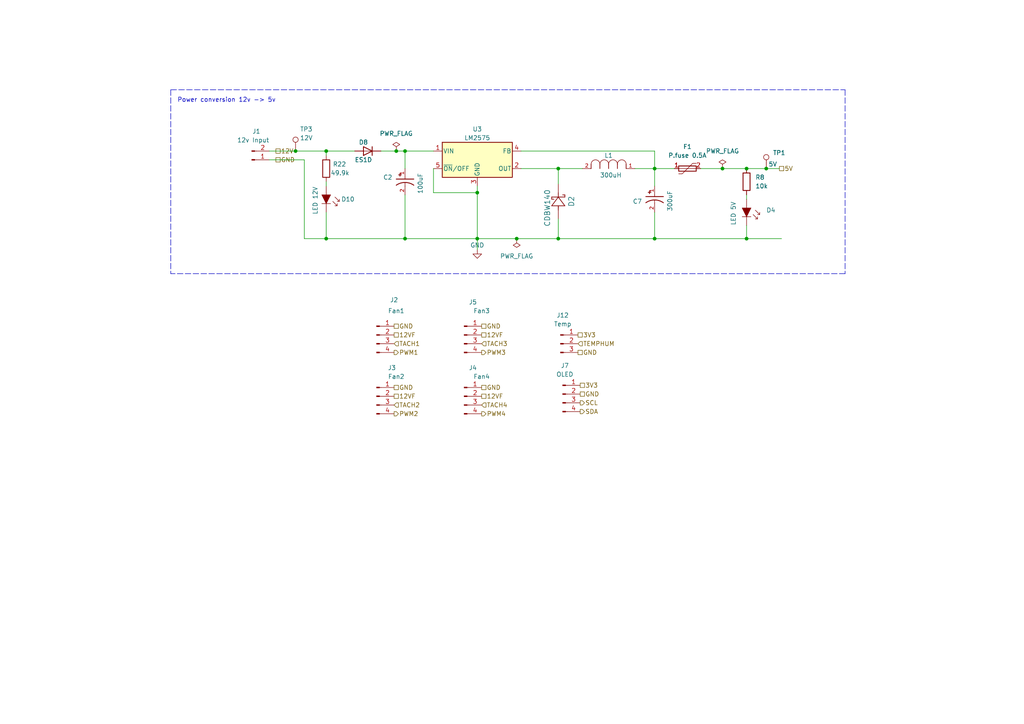
<source format=kicad_sch>
(kicad_sch (version 20211123) (generator eeschema)
  (paper "A4")
  (lib_symbols
    (symbol "CDBW140-G:CDBW140-G" (pin_numbers hide) (pin_names (offset 1.651) hide)
      (property "Reference" "U" (at 5.08 5.08 0))
      (property "Value" "CDBW140-G" (at 5.08 -7.62 0))
      (symbol "CDBW140-G_1_1"
        (polyline (pts (xy 3.175 1.905) (xy 3.175 1.27)) (stroke (width 0.2032)))
        (polyline (pts (xy 3.175 1.905) (xy 3.81 1.905)) (stroke (width 0.2032)))
        (polyline (pts (xy 3.81 0) (xy 2.54 0)) (stroke (width 0.2032)))
        (polyline (pts (xy 3.81 0) (xy 6.35 -1.905)) (stroke (width 0.2032)))
        (polyline (pts (xy 3.81 1.905) (xy 3.81 -1.905)) (stroke (width 0.2032)))
        (polyline (pts (xy 4.445 -1.905) (xy 3.81 -1.905)) (stroke (width 0.2032)))
        (polyline (pts (xy 4.445 -1.905) (xy 4.445 -1.27)) (stroke (width 0.2032)))
        (polyline (pts (xy 6.35 -1.905) (xy 6.35 1.905)) (stroke (width 0.2032)))
        (polyline (pts (xy 6.35 1.905) (xy 3.81 0)) (stroke (width 0.2032)))
        (polyline (pts (xy 6.985 0) (xy 6.35 0)) (stroke (width 0.2032)))
        (polyline (pts (xy 7.62 0) (xy 6.6802 0)) (stroke (width 0.2032)))
        (pin unspecified line (at 0 0 0) (length 2.54) (name "1") (number "1"))
        (pin unspecified line (at 10.16 0 180) (length 2.54) (name "2") (number "2"))
      )
    )
    (symbol "Connector:Conn_01x02_Male" (pin_names (offset 1.016) hide)
      (property "Reference" "J" (at 0 2.54 0))
      (property "Value" "Conn_01x02_Male" (at 0 -5.08 0))
      (symbol "Conn_01x02_Male_1_1"
        (polyline (pts (xy 1.27 -2.54) (xy 0.8636 -2.54)) (stroke (width 0.1524)))
        (polyline (pts (xy 1.27 0) (xy 0.8636 0)) (stroke (width 0.1524)))
        (rectangle (start 0.8636 -2.413) (end 0 -2.667) (stroke (width 0.1524)) (fill (type outline)))
        (rectangle (start 0.8636 0.127) (end 0 -0.127) (stroke (width 0.1524)) (fill (type outline)))
        (pin passive line (at 5.08 0 180) (length 3.81) (name "Pin_1") (number "1"))
        (pin passive line (at 5.08 -2.54 180) (length 3.81) (name "Pin_2") (number "2"))
      )
    )
    (symbol "Connector:Conn_01x03_Male" (pin_names (offset 1.016) hide)
      (property "Reference" "J" (at 0 5.08 0))
      (property "Value" "Conn_01x03_Male" (at 0 -5.08 0))
      (symbol "Conn_01x03_Male_1_1"
        (polyline (pts (xy 1.27 -2.54) (xy 0.8636 -2.54)) (stroke (width 0.1524)))
        (polyline (pts (xy 1.27 0) (xy 0.8636 0)) (stroke (width 0.1524)))
        (polyline (pts (xy 1.27 2.54) (xy 0.8636 2.54)) (stroke (width 0.1524)))
        (rectangle (start 0.8636 -2.413) (end 0 -2.667) (stroke (width 0.1524)) (fill (type outline)))
        (rectangle (start 0.8636 0.127) (end 0 -0.127) (stroke (width 0.1524)) (fill (type outline)))
        (rectangle (start 0.8636 2.667) (end 0 2.413) (stroke (width 0.1524)) (fill (type outline)))
        (pin passive line (at 5.08 2.54 180) (length 3.81) (name "Pin_1") (number "1"))
        (pin passive line (at 5.08 0 180) (length 3.81) (name "Pin_2") (number "2"))
        (pin passive line (at 5.08 -2.54 180) (length 3.81) (name "Pin_3") (number "3"))
      )
    )
    (symbol "Connector:Conn_01x04_Male" (pin_names (offset 1.016) hide)
      (property "Reference" "J" (at 0 5.08 0))
      (property "Value" "Conn_01x04_Male" (at 0 -7.62 0))
      (symbol "Conn_01x04_Male_1_1"
        (polyline (pts (xy 1.27 -5.08) (xy 0.8636 -5.08)) (stroke (width 0.1524)))
        (polyline (pts (xy 1.27 -2.54) (xy 0.8636 -2.54)) (stroke (width 0.1524)))
        (polyline (pts (xy 1.27 0) (xy 0.8636 0)) (stroke (width 0.1524)))
        (polyline (pts (xy 1.27 2.54) (xy 0.8636 2.54)) (stroke (width 0.1524)))
        (rectangle (start 0.8636 -4.953) (end 0 -5.207) (stroke (width 0.1524)) (fill (type outline)))
        (rectangle (start 0.8636 -2.413) (end 0 -2.667) (stroke (width 0.1524)) (fill (type outline)))
        (rectangle (start 0.8636 0.127) (end 0 -0.127) (stroke (width 0.1524)) (fill (type outline)))
        (rectangle (start 0.8636 2.667) (end 0 2.413) (stroke (width 0.1524)) (fill (type outline)))
        (pin passive line (at 5.08 2.54 180) (length 3.81) (name "Pin_1") (number "1"))
        (pin passive line (at 5.08 0 180) (length 3.81) (name "Pin_2") (number "2"))
        (pin passive line (at 5.08 -2.54 180) (length 3.81) (name "Pin_3") (number "3"))
        (pin passive line (at 5.08 -5.08 180) (length 3.81) (name "Pin_4") (number "4"))
      )
    )
    (symbol "Connector:TestPoint" (pin_numbers hide) (pin_names (offset 0.762) hide)
      (property "Reference" "TP" (at 0 6.858 0))
      (property "Value" "TestPoint" (at 0 5.08 0))
      (symbol "TestPoint_0_1"
        (circle (center 0 3.302) (radius 0.762))
      )
      (symbol "TestPoint_1_1"
        (pin passive line (at 0 0 90) (length 2.54) (name "1") (number "1"))
      )
    )
    (symbol "DR127-331-R:DR127-331-R" (pin_names (offset 1.016))
      (property "Reference" "L" (at 2.2634 4.0435 0))
      (property "Value" "DR127-331-R" (at 1.6037 -3.7673 0))
      (symbol "DR127-331-R_0_0"
        (polyline (pts (xy 2.54 0) (xy 2.54 1.27)) (stroke (width 0.2032)))
        (polyline (pts (xy 5.08 0) (xy 5.08 1.27)) (stroke (width 0.2032)))
        (polyline (pts (xy 7.62 0) (xy 7.62 1.27)) (stroke (width 0.2032)))
        (polyline (pts (xy 10.16 0) (xy 10.16 1.27)) (stroke (width 0.2032)))
        (polyline (pts (xy 12.7 0) (xy 12.7 1.27)) (stroke (width 0.2032)))
        (arc (start 5.08 1.27) (mid 3.81 2.54) (end 2.54 1.27))
        (arc (start 7.62 1.27) (mid 6.35 2.54) (end 5.08 1.27))
        (arc (start 10.16 1.27) (mid 8.89 2.54) (end 7.62 1.27))
        (arc (start 12.7 1.27) (mid 11.43 2.54) (end 10.16 1.27))
        (pin passive line (at 15.24 0 180) (length 2.54) (name "~") (number "1"))
        (pin passive line (at 0 0 0) (length 2.54) (name "~") (number "2"))
      )
    )
    (symbol "Device:D" (pin_numbers hide) (pin_names (offset 1.016) hide)
      (property "Reference" "D" (at 0 2.54 0))
      (property "Value" "D" (at 0 -2.54 0))
      (symbol "D_0_1"
        (polyline (pts (xy -1.27 1.27) (xy -1.27 -1.27)) (stroke (width 0.254)))
        (polyline (pts (xy 1.27 0) (xy -1.27 0)))
        (polyline (pts (xy 1.27 1.27) (xy 1.27 -1.27) (xy -1.27 0) (xy 1.27 1.27)) (stroke (width 0.254)))
      )
      (symbol "D_1_1"
        (pin passive line (at -3.81 0 0) (length 2.54) (name "K") (number "1"))
        (pin passive line (at 3.81 0 180) (length 2.54) (name "A") (number "2"))
      )
    )
    (symbol "Device:R" (pin_numbers hide) (pin_names (offset 0))
      (property "Reference" "R" (at 2.032 0 90))
      (property "Value" "R" (at 0 0 90))
      (symbol "R_0_1"
        (rectangle (start -1.016 -2.54) (end 1.016 2.54) (stroke (width 0.254)))
      )
      (symbol "R_1_1"
        (pin passive line (at 0 3.81 270) (length 1.27) (name "~") (number "1"))
        (pin passive line (at 0 -3.81 90) (length 1.27) (name "~") (number "2"))
      )
    )
    (symbol "EEEFT1V331AP:EEEFT1V331AP" (pin_names (offset 1.016))
      (property "Reference" "C" (at -2.54 3.81 0))
      (property "Value" "EEEFT1V331AP" (at -2.54 -5.08 0))
      (symbol "EEEFT1V331AP_0_0"
        (rectangle (start -1.173 -1.532) (end -0.284 -1.405) (stroke (width 0.1)) (fill (type outline)))
        (rectangle (start -0.792 -1.913) (end -0.665 -1.024) (stroke (width 0.1)) (fill (type outline)))
        (polyline (pts (xy 0 0) (xy 0.508 0)) (stroke (width 0.1524)))
        (polyline (pts (xy 0.508 0) (xy 0.508 -2.54)) (stroke (width 0.254)))
        (polyline (pts (xy 0.508 2.54) (xy 0.508 0)) (stroke (width 0.254)))
        (polyline (pts (xy 2.54 0) (xy 1.524 0)) (stroke (width 0.1524)))
        (arc (start 2.286 2.54) (mid 1.4851 0) (end 2.286 -2.54) (stroke (width 0.254)))
        (pin passive line (at -2.54 0 0) (length 2.54) (name "~") (number "1"))
        (pin passive line (at 5.08 0 180) (length 2.54) (name "~") (number "2"))
      )
    )
    (symbol "EEEHA1V101XP:EEEHA1V101XP" (pin_names (offset 1.016))
      (property "Reference" "C" (at -2.54 3.81 0))
      (property "Value" "EEEHA1V101XP" (at -2.54 -5.08 0))
      (symbol "EEEHA1V101XP_0_0"
        (rectangle (start -1.173 -1.532) (end -0.284 -1.405) (stroke (width 0.1)) (fill (type outline)))
        (rectangle (start -0.792 -1.913) (end -0.665 -1.024) (stroke (width 0.1)) (fill (type outline)))
        (polyline (pts (xy 0 0) (xy 0.508 0)) (stroke (width 0.1524)))
        (polyline (pts (xy 0.508 0) (xy 0.508 -2.54)) (stroke (width 0.254)))
        (polyline (pts (xy 0.508 2.54) (xy 0.508 0)) (stroke (width 0.254)))
        (polyline (pts (xy 2.54 0) (xy 1.524 0)) (stroke (width 0.1524)))
        (arc (start 2.286 2.54) (mid 1.4851 0) (end 2.286 -2.54) (stroke (width 0.254)))
        (pin passive line (at -2.54 0 0) (length 2.54) (name "~") (number "1"))
        (pin passive line (at 5.08 0 180) (length 2.54) (name "~") (number "2"))
      )
    )
    (symbol "LG_R971-KN-1_1" (pin_numbers hide) (pin_names (offset 0))
      (property "Reference" "D" (at -5.08 3.81 0))
      (property "Value" "LG_R971-KN-1_1" (at -1.27 -3.81 0))
      (symbol "LG_R971-KN-1_1_0_1"
        (polyline (pts (xy -0.635 3.81) (xy -1.905 2.54)))
        (polyline (pts (xy 0 1.27) (xy 0 -1.27)))
        (polyline (pts (xy 0.635 3.175) (xy -0.635 1.905)))
        (polyline (pts (xy -1.27 3.81) (xy -0.635 3.81) (xy -0.635 3.175)))
        (polyline (pts (xy 0 3.175) (xy 0.635 3.175) (xy 0.635 2.54)))
        (polyline (pts (xy -2.54 1.27) (xy -2.54 -1.27) (xy 0 0) (xy -2.54 1.27)) (fill (type outline)))
      )
      (symbol "LG_R971-KN-1_1_1_1"
        (pin passive line (at -5.08 0 0) (length 2.54) (name "~") (number "1"))
        (pin passive line (at 2.54 0 180) (length 2.54) (name "~") (number "2"))
      )
    )
    (symbol "Polyfuse_1" (pin_names (offset 0))
      (property "Reference" "F" (at -2.54 0 90))
      (property "Value" "Polyfuse_1" (at 2.54 0 90))
      (symbol "Polyfuse_1_0_1"
        (rectangle (start -0.762 2.54) (end 0.762 -2.54) (stroke (width 0.254)))
        (polyline (pts (xy 0 2.54) (xy 0 -2.54)))
        (polyline (pts (xy -1.524 2.54) (xy -1.524 1.524) (xy 1.524 -1.524) (xy 1.524 -2.54)))
      )
      (symbol "Polyfuse_1_1_1"
        (pin passive line (at 0 3.81 270) (length 1.27) (name "~") (number "1"))
        (pin passive line (at 0 -3.81 90) (length 1.27) (name "~") (number "2"))
      )
    )
    (symbol "Regulator_Switching:LM2575-5.0BU" (pin_names (offset 0.254))
      (property "Reference" "U" (at -10.16 6.35 0))
      (property "Value" "LM2575-5.0BU" (at 0 6.35 0))
      (symbol "LM2575-5.0BU_0_1"
        (rectangle (start -10.16 5.08) (end 10.16 -5.08) (stroke (width 0.254)) (fill (type background)))
      )
      (symbol "LM2575-5.0BU_1_1"
        (pin power_in line (at -12.7 2.54 0) (length 2.54) (name "VIN") (number "1"))
        (pin output line (at 12.7 -2.54 180) (length 2.54) (name "OUT") (number "2"))
        (pin power_in line (at 0 -7.62 90) (length 2.54) (name "GND") (number "3"))
        (pin input line (at 12.7 2.54 180) (length 2.54) (name "FB") (number "4"))
        (pin input line (at -12.7 -2.54 0) (length 2.54) (name "~{ON}/OFF") (number "5"))
      )
    )
    (symbol "dk_LED-Indication-Discrete:LG_R971-KN-1" (pin_numbers hide) (pin_names (offset 0))
      (property "Reference" "D" (at -5.08 3.81 0))
      (property "Value" "LG_R971-KN-1" (at -1.27 -3.81 0))
      (symbol "LG_R971-KN-1_0_1"
        (polyline (pts (xy -0.635 3.81) (xy -1.905 2.54)))
        (polyline (pts (xy 0 1.27) (xy 0 -1.27)))
        (polyline (pts (xy 0.635 3.175) (xy -0.635 1.905)))
        (polyline (pts (xy -1.27 3.81) (xy -0.635 3.81) (xy -0.635 3.175)))
        (polyline (pts (xy 0 3.175) (xy 0.635 3.175) (xy 0.635 2.54)))
        (polyline (pts (xy -2.54 1.27) (xy -2.54 -1.27) (xy 0 0) (xy -2.54 1.27)) (fill (type outline)))
      )
      (symbol "LG_R971-KN-1_1_1"
        (pin passive line (at -5.08 0 0) (length 2.54) (name "~") (number "1"))
        (pin passive line (at 2.54 0 180) (length 2.54) (name "~") (number "2"))
      )
    )
    (symbol "power:GND" (power) (pin_names (offset 0))
      (property "Value" "GND" (at 0 -3.81 0))
      (symbol "GND_0_1"
        (polyline (pts (xy 0 0) (xy 0 -1.27) (xy 1.27 -1.27) (xy 0 -2.54) (xy -1.27 -1.27) (xy 0 -1.27)))
      )
      (symbol "GND_1_1"
        (pin power_in line (at 0 0 270) (length 0) hide (name "GND") (number "1"))
      )
    )
    (symbol "power:PWR_FLAG" (power) (pin_numbers hide) (pin_names (offset 0) hide)
      (property "Value" "PWR_FLAG" (at 0 3.81 0))
      (symbol "PWR_FLAG_0_0"
        (pin power_out line (at 0 0 90) (length 0) (name "pwr") (number "1"))
      )
      (symbol "PWR_FLAG_0_1"
        (polyline (pts (xy 0 0) (xy 0 1.27) (xy -1.016 1.905) (xy 0 2.54) (xy 1.016 1.905) (xy 0 1.27)))
      )
    )
  )
  (junction (at 149.86 69.215))
  (junction (at 85.725 43.815))
  (junction (at 114.935 43.815))
  (junction (at 222.25 48.895))
  (junction (at 209.55 48.895))
  (junction (at 117.475 43.815))
  (junction (at 94.615 43.815))
  (junction (at 216.535 69.215))
  (junction (at 189.865 48.895))
  (junction (at 138.43 55.88))
  (junction (at 161.925 48.895))
  (junction (at 216.535 48.895))
  (junction (at 94.615 69.215))
  (junction (at 117.475 69.215))
  (junction (at 138.43 69.215))
  (junction (at 189.865 69.215))
  (junction (at 161.925 69.215))
  (polyline (pts (xy 49.53 26.035) (xy 245.11 26.035)))
  (wire (pts (xy 88.265 69.215) (xy 94.615 69.215)))
  (wire (pts (xy 110.49 43.815) (xy 114.935 43.815)))
  (wire (pts (xy 117.475 48.895) (xy 117.475 43.815)))
  (wire (pts (xy 161.925 69.215) (xy 189.865 69.215)))
  (polyline (pts (xy 245.11 79.375) (xy 49.53 79.375)))
  (wire (pts (xy 189.865 43.815) (xy 189.865 48.895)))
  (wire (pts (xy 216.535 69.215) (xy 189.865 69.215)))
  (wire (pts (xy 161.925 48.895) (xy 168.91 48.895)))
  (wire (pts (xy 78.105 43.815) (xy 85.725 43.815)))
  (wire (pts (xy 151.13 43.815) (xy 189.865 43.815)))
  (wire (pts (xy 94.615 52.705) (xy 94.615 53.975)))
  (wire (pts (xy 189.865 69.215) (xy 189.865 61.595)))
  (wire (pts (xy 189.865 53.975) (xy 189.865 48.895)))
  (wire (pts (xy 222.25 48.895) (xy 226.06 48.895)))
  (wire (pts (xy 117.475 69.215) (xy 138.43 69.215)))
  (wire (pts (xy 85.725 43.815) (xy 94.615 43.815)))
  (wire (pts (xy 88.265 46.355) (xy 88.265 69.215)))
  (wire (pts (xy 216.535 69.215) (xy 226.695 69.215)))
  (wire (pts (xy 209.55 48.895) (xy 216.535 48.895)))
  (wire (pts (xy 151.13 48.895) (xy 161.925 48.895)))
  (wire (pts (xy 149.86 69.215) (xy 161.925 69.215)))
  (wire (pts (xy 138.43 55.88) (xy 138.43 69.215)))
  (wire (pts (xy 117.475 56.515) (xy 117.475 69.215)))
  (wire (pts (xy 125.73 55.88) (xy 138.43 55.88)))
  (wire (pts (xy 94.615 61.595) (xy 94.615 69.215)))
  (wire (pts (xy 94.615 43.815) (xy 102.87 43.815)))
  (wire (pts (xy 189.865 48.895) (xy 195.58 48.895)))
  (wire (pts (xy 78.105 46.355) (xy 88.265 46.355)))
  (wire (pts (xy 94.615 69.215) (xy 117.475 69.215)))
  (wire (pts (xy 203.2 48.895) (xy 209.55 48.895)))
  (wire (pts (xy 216.535 65.405) (xy 216.535 69.215)))
  (polyline (pts (xy 245.11 26.035) (xy 245.11 79.375)))
  (wire (pts (xy 216.535 48.895) (xy 222.25 48.895)))
  (wire (pts (xy 216.535 56.515) (xy 216.535 57.785)))
  (wire (pts (xy 138.43 69.215) (xy 149.86 69.215)))
  (wire (pts (xy 138.43 53.975) (xy 138.43 55.88)))
  (wire (pts (xy 161.925 63.5) (xy 161.925 69.215)))
  (wire (pts (xy 138.43 69.215) (xy 138.43 72.39)))
  (wire (pts (xy 161.925 53.34) (xy 161.925 48.895)))
  (wire (pts (xy 94.615 43.815) (xy 94.615 45.085)))
  (wire (pts (xy 184.15 48.895) (xy 189.865 48.895)))
  (wire (pts (xy 125.73 48.895) (xy 125.73 55.88)))
  (polyline (pts (xy 49.53 26.035) (xy 49.53 79.375)))
  (wire (pts (xy 117.475 43.815) (xy 125.73 43.815)))
  (wire (pts (xy 114.935 43.815) (xy 117.475 43.815)))
  (text "Power conversion 12v -> 5v" (at 51.435 29.845 0) (effects (font (size 1.27 1.27)) (justify left bottom)))
  (hierarchical_label "12VF" (shape passive) (at 139.7 114.935 0))
  (hierarchical_label "GND" (shape passive) (at 114.3 112.395 0))
  (hierarchical_label "12VF" (shape passive) (at 139.7 97.155 0))
  (hierarchical_label "GND" (shape passive) (at 167.64 102.235 0))
  (hierarchical_label "12VF" (shape passive) (at 114.3 114.935 0))
  (hierarchical_label "TACH2" (shape input) (at 114.3 117.475 0))
  (hierarchical_label "3V3" (shape passive) (at 168.275 111.76 0))
  (hierarchical_label "TACH3" (shape input) (at 139.7 99.695 0))
  (hierarchical_label "GND" (shape passive) (at 114.3 94.615 0))
  (hierarchical_label "GND" (shape passive) (at 139.7 112.395 0))
  (hierarchical_label "SDA" (shape output) (at 168.275 119.38 0))
  (hierarchical_label "3V3" (shape passive) (at 167.64 97.155 0))
  (hierarchical_label "5V" (shape passive) (at 226.06 48.895 0))
  (hierarchical_label "12VF" (shape passive) (at 114.3 97.155 0))
  (hierarchical_label "GND" (shape passive) (at 139.7 94.615 0))
  (hierarchical_label "PWM3" (shape output) (at 139.7 102.235 0))
  (hierarchical_label "TACH1" (shape input) (at 114.3 99.695 0))
  (hierarchical_label "12V" (shape passive) (at 80.01 43.815 0))
  (hierarchical_label "PWM4" (shape output) (at 139.7 120.015 0))
  (hierarchical_label "GND" (shape passive) (at 80.01 46.355 0))
  (hierarchical_label "PWM2" (shape output) (at 114.3 120.015 0))
  (hierarchical_label "TEMPHUM" (shape input) (at 167.64 99.695 0))
  (hierarchical_label "GND" (shape passive) (at 168.275 114.3 0))
  (hierarchical_label "SCL" (shape output) (at 168.275 116.84 0))
  (hierarchical_label "TACH4" (shape input) (at 139.7 117.475 0))
  (hierarchical_label "PWM1" (shape output) (at 114.3 102.235 0))
  (symbol (lib_id "Connector:Conn_01x04_Male") (at 109.22 97.155 0) (unit 1)
    (property "Reference" "J2" (at 114.3 86.995 0))
    (property "Value" "Fan1" (at 114.935 90.17 0))
    (property "Footprint" "Connector:FanPinHeader_1x04_P2.54mm_Vertical" (effects hide))
  )
  (symbol (lib_id "power:PWR_FLAG") (at 149.86 69.215 180) (unit 1)
    (property "Reference" "#FLG02" (effects hide))
    (property "Value" "PWR_FLAG" (at 149.86 74.295 0))
  )
  (symbol (lib_id "power:PWR_FLAG") (at 209.55 48.895 0) (unit 1)
    (property "Reference" "#FLG01" (effects hide))
    (property "Value" "PWR_FLAG" (at 209.55 43.815 0))
  )
  (symbol (lib_id "power:GND") (at 138.43 72.39 0) (unit 1)
    (property "Reference" "#PWR01" (effects hide))
    (property "Value" "GND" (at 138.43 71.12 0))
  )
  (symbol (lib_id "Device:R") (at 216.535 52.705 0) (unit 1)
    (property "Reference" "R8" (at 219.075 51.4349 0) (effects (justify left)))
    (property "Value" "10k" (at 219.075 53.9749 0) (effects (justify left)))
    (property "Footprint" "Resistor_SMD:R_1206_3216Metric_Pad1.30x1.75mm_HandSolder" (effects hide))
  )
  (symbol (lib_name "LG_R971-KN-1_1") (lib_id "dk_LED-Indication-Discrete:LG_R971-KN-1") (at 94.615 59.055 270) (unit 1)
    (property "Reference" "D10" (at 102.87 57.785 90) (effects (justify right)))
    (property "Value" "LED 12V" (at 91.44 62.23 0) (effects (justify right)))
    (property "Footprint" "digikey-footprints:0805" (effects hide))
    (property "Datasheet" "https://dammedia.osram.info/media/resource/hires/osram-dam-2493936/LG%20R971.pdf" (effects hide))
    (property "Digi-Key_PN" "475-1410-1-ND" (effects hide))
    (property "MPN" "LG R971-KN-1" (effects hide))
    (property "Category" "Optoelectronics" (effects hide))
    (property "Family" "LED Indication - Discrete" (effects hide))
    (property "DK_Datasheet_Link" "https://dammedia.osram.info/media/resource/hires/osram-dam-2493936/LG%20R971.pdf" (effects hide))
    (property "DK_Detail_Page" "/product-detail/en/osram-opto-semiconductors-inc/LG-R971-KN-1/475-1410-1-ND/1802598" (effects hide))
    (property "Description" "LED GREEN DIFFUSED 0805 SMD" (effects hide))
    (property "Manufacturer" "OSRAM Opto Semiconductors Inc." (effects hide))
    (property "Status" "Active" (effects hide))
  )
  (symbol (lib_id "DR127-331-R:DR127-331-R") (at 168.91 48.895 0) (unit 1)
    (property "Reference" "L1" (at 176.53 45.085 0))
    (property "Value" "300uH" (at 177.165 50.8 0))
    (property "Footprint" "footprints descargados:DR127-331_INDM125125X800N" (effects hide))
    (property "Datasheet" "DR127-331-R" (effects hide))
    (property "SUPPLIER" "COILTRONICS" (effects hide))
    (property "INDUCTANCE" "47µH" (effects hide))
    (property "MPN" "DR127-331-R" (effects hide))
    (property "OC_FARNELL" "1463529" (effects hide))
    (property "TOLERANCE" "±20%" (effects hide))
    (property "PACKAGE" "SMD" (effects hide))
    (property "OC_NEWARK" "52K7538" (effects hide))
    (property "CURRENTRATING" "2.95A" (effects hide))
  )
  (symbol (lib_id "Connector:Conn_01x04_Male") (at 134.62 97.155 0) (unit 1)
    (property "Reference" "J5" (at 137.16 87.63 0))
    (property "Value" "Fan3" (at 139.7 90.17 0))
    (property "Footprint" "Connector:FanPinHeader_1x04_P2.54mm_Vertical" (effects hide))
  )
  (symbol (lib_name "Polyfuse_1") (lib_id "Device:Polyfuse") (at 199.39 48.895 90) (unit 1)
    (property "Reference" "F1" (at 199.39 42.545 90))
    (property "Value" "P.fuse 0.5A" (at 199.39 45.085 90))
    (property "Footprint" "Fuse:Fuse_1206_3216Metric_Pad1.42x1.75mm_HandSolder" (effects hide))
  )
  (symbol (lib_id "Connector:TestPoint") (at 222.25 48.895 0) (unit 1)
    (property "Reference" "TP1" (at 224.155 44.3229 0) (effects (justify left)))
    (property "Value" "5V" (at 222.885 47.625 0) (effects (justify left)))
    (property "Footprint" "TestPoint:TestPoint_Pad_D1.5mm" (effects hide))
  )
  (symbol (lib_id "Connector:Conn_01x04_Male") (at 109.22 114.935 0) (unit 1)
    (property "Reference" "J3" (at 113.665 106.68 0))
    (property "Value" "Fan2" (at 114.935 109.22 0))
    (property "Footprint" "Connector:FanPinHeader_1x04_P2.54mm_Vertical" (effects hide))
  )
  (symbol (lib_id "Regulator_Switching:LM2575-5.0BU") (at 138.43 46.355 0) (unit 1)
    (property "Reference" "U3" (at 138.43 37.465 0))
    (property "Value" "LM2575" (at 138.43 40.005 0))
    (property "Footprint" "Package_TO_SOT_SMD:TO-263-5_TabPin3" (effects hide))
    (property "Datasheet" "http://ww1.microchip.com/downloads/en/DeviceDoc/lm2575.pdf" (effects hide))
    (property "Component" "LM2575-5.0BU" (effects hide))
  )
  (symbol (lib_id "Device:R") (at 94.615 48.895 0) (unit 1)
    (property "Reference" "R22" (at 96.52 47.625 0) (effects (justify left)))
    (property "Value" "49.9k" (at 95.885 50.165 0) (effects (justify left)))
    (property "Footprint" "Resistor_SMD:R_1206_3216Metric_Pad1.30x1.75mm_HandSolder" (effects hide))
  )
  (symbol (lib_id "Connector:Conn_01x04_Male") (at 163.195 114.3 0) (unit 1)
    (property "Reference" "J7" (at 163.83 106.045 0))
    (property "Value" "OLED" (at 163.83 108.585 0))
    (property "Footprint" "Connector_PinHeader_2.54mm:PinHeader_1x04_P2.54mm_Horizontal" (effects hide))
  )
  (symbol (lib_id "CDBW140-G:CDBW140-G") (at 161.925 53.34 270) (unit 1)
    (property "Reference" "D2" (at 165.735 58.42 0) (effects (font (size 1.524 1.524))))
    (property "Value" "CDBW140" (at 158.75 60.325 0) (effects (font (size 1.524 1.524))))
    (property "Footprint" "Diode_SMD:D_SOD-123F" (effects hide))
    (property "Componente" "CDBW140-G" (effects hide))
  )
  (symbol (lib_id "Device:D") (at 106.68 43.815 180) (unit 1)
    (property "Reference" "D8" (at 105.41 41.275 0))
    (property "Value" "ES1D" (at 105.41 46.355 0))
    (property "Footprint" "Diode_SMD:D_1206_3216Metric_Pad1.42x1.75mm_HandSolder" (effects hide))
  )
  (symbol (lib_id "EEEHA1V101XP:EEEHA1V101XP") (at 117.475 51.435 270) (unit 1)
    (property "Reference" "C2" (at 111.125 51.435 90) (effects (justify left)))
    (property "Value" "100uF" (at 121.92 50.165 0) (effects (justify left)))
    (property "Footprint" "footprints descargados:CAP_EEEHA1V101XP" (effects hide))
    (property "Datasheet" "EEEHA1V101XP" (effects hide))
    (property "MAXIMUM_PACKAGE_HEIGHT" "7.7mm" (effects hide))
    (property "MANUFACTURER" "Panasonic" (effects hide))
    (property "PARTREV" "10-Oct-19" (effects hide))
    (property "STANDARD" "Manufacturer Recommendations" (effects hide))
  )
  (symbol (lib_id "EEEFT1V331AP:EEEFT1V331AP") (at 189.865 56.515 270) (unit 1)
    (property "Reference" "C7" (at 183.515 58.42 90) (effects (justify left)))
    (property "Value" "300uF" (at 194.31 55.245 0) (effects (justify left)))
    (property "Footprint" "footprints descargados:CAP_EEEFT1V331AP" (effects hide))
    (property "Datasheet" "EEEFT1V331AP" (effects hide))
    (property "STANDARD" "Manufacturer Recommendations" (effects hide))
    (property "MAXIMUM_PACKAGE_HEIGHT" "10.2mm" (effects hide))
    (property "MANUFACTURER" "Panasonic" (effects hide))
    (property "PARTREV" "10-Oct-19" (effects hide))
  )
  (symbol (lib_id "Connector:Conn_01x03_Male") (at 162.56 99.695 0) (unit 1)
    (property "Reference" "J12" (at 163.195 91.44 0))
    (property "Value" "Temp" (at 163.195 93.98 0))
    (property "Footprint" "Connector_PinHeader_2.54mm:PinHeader_1x03_P2.54mm_Horizontal" (effects hide))
  )
  (symbol (lib_id "dk_LED-Indication-Discrete:LG_R971-KN-1") (at 216.535 62.865 270) (unit 1)
    (property "Reference" "D4" (at 222.25 60.96 90) (effects (justify left)))
    (property "Value" "LED 5V" (at 212.725 58.42 0) (effects (justify left)))
    (property "Footprint" "digikey-footprints:0805" (effects hide))
    (property "Datasheet" "https://dammedia.osram.info/media/resource/hires/osram-dam-2493936/LG%20R971.pdf" (effects hide))
    (property "Digi-Key_PN" "475-1410-1-ND" (effects hide))
    (property "MPN" "LG R971-KN-1" (effects hide))
    (property "Category" "Optoelectronics" (effects hide))
    (property "Family" "LED Indication - Discrete" (effects hide))
    (property "DK_Datasheet_Link" "https://dammedia.osram.info/media/resource/hires/osram-dam-2493936/LG%20R971.pdf" (effects hide))
    (property "DK_Detail_Page" "/product-detail/en/osram-opto-semiconductors-inc/LG-R971-KN-1/475-1410-1-ND/1802598" (effects hide))
    (property "Description" "LED GREEN DIFFUSED 0805 SMD" (effects hide))
    (property "Manufacturer" "OSRAM Opto Semiconductors Inc." (effects hide))
    (property "Status" "Active" (effects hide))
  )
  (symbol (lib_id "Connector:TestPoint") (at 85.725 43.815 0) (unit 1)
    (property "Reference" "TP3" (at 86.995 37.465 0) (effects (justify left)))
    (property "Value" "12V" (at 86.995 40.005 0) (effects (justify left)))
    (property "Footprint" "TestPoint:TestPoint_Pad_D1.5mm" (effects hide))
  )
  (symbol (lib_id "Connector:Conn_01x02_Male") (at 73.025 46.355 0) (mirror x) (unit 1)
    (property "Reference" "J1" (at 75.565 38.1 0) (effects (justify right)))
    (property "Value" "12v Input" (at 78.105 40.64 0) (effects (justify right)))
    (property "Footprint" "Connector_PinHeader_2.54mm:PinHeader_1x02_P2.54mm_Horizontal" (effects hide))
  )
  (symbol (lib_id "Connector:Conn_01x04_Male") (at 134.62 114.935 0) (unit 1)
    (property "Reference" "J4" (at 137.16 106.68 0))
    (property "Value" "Fan4" (at 139.7 109.22 0))
    (property "Footprint" "Connector:FanPinHeader_1x04_P2.54mm_Vertical" (effects hide))
  )
  (symbol (lib_id "power:PWR_FLAG") (at 114.935 43.815 0) (unit 1)
    (property "Reference" "#FLG03" (effects hide))
    (property "Value" "PWR_FLAG" (at 114.935 38.735 0))
  )
)
</source>
